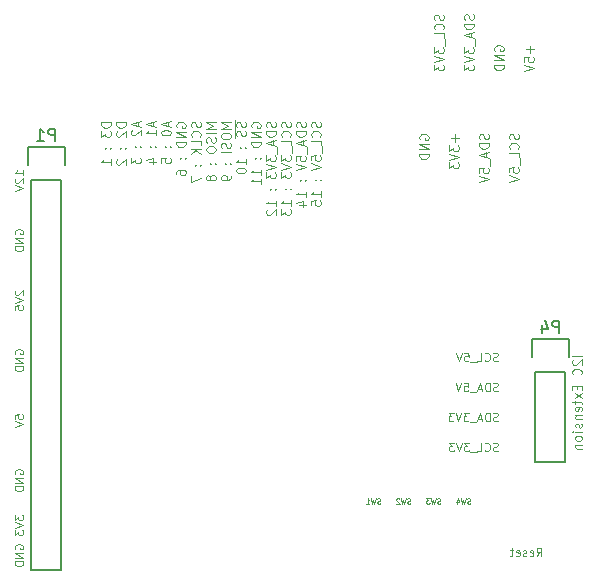
<source format=gbo>
G04 #@! TF.FileFunction,Legend,Bot*
%FSLAX46Y46*%
G04 Gerber Fmt 4.6, Leading zero omitted, Abs format (unit mm)*
G04 Created by KiCad (PCBNEW 4.0.0-2.201512091501+6195~38~ubuntu14.04.1-stable) date Wed 16 Dec 2015 16:01:55 GMT*
%MOMM*%
G01*
G04 APERTURE LIST*
%ADD10C,0.100000*%
%ADD11C,0.120000*%
%ADD12C,0.110000*%
%ADD13C,0.150000*%
G04 APERTURE END LIST*
D10*
D11*
X140277810Y-102527714D02*
X140315905Y-102642000D01*
X140315905Y-102832476D01*
X140277810Y-102908666D01*
X140239714Y-102946762D01*
X140163524Y-102984857D01*
X140087333Y-102984857D01*
X140011143Y-102946762D01*
X139973048Y-102908666D01*
X139934952Y-102832476D01*
X139896857Y-102680095D01*
X139858762Y-102603904D01*
X139820667Y-102565809D01*
X139744476Y-102527714D01*
X139668286Y-102527714D01*
X139592095Y-102565809D01*
X139554000Y-102603904D01*
X139515905Y-102680095D01*
X139515905Y-102870571D01*
X139554000Y-102984857D01*
X140315905Y-103327714D02*
X139515905Y-103327714D01*
X139515905Y-103518190D01*
X139554000Y-103632476D01*
X139630190Y-103708667D01*
X139706381Y-103746762D01*
X139858762Y-103784857D01*
X139973048Y-103784857D01*
X140125429Y-103746762D01*
X140201619Y-103708667D01*
X140277810Y-103632476D01*
X140315905Y-103518190D01*
X140315905Y-103327714D01*
X140087333Y-104089619D02*
X140087333Y-104470571D01*
X140315905Y-104013428D02*
X139515905Y-104280095D01*
X140315905Y-104546762D01*
X140392095Y-104622952D02*
X140392095Y-105232476D01*
X139515905Y-105346762D02*
X139515905Y-105842000D01*
X139820667Y-105575333D01*
X139820667Y-105689619D01*
X139858762Y-105765809D01*
X139896857Y-105803905D01*
X139973048Y-105842000D01*
X140163524Y-105842000D01*
X140239714Y-105803905D01*
X140277810Y-105765809D01*
X140315905Y-105689619D01*
X140315905Y-105461047D01*
X140277810Y-105384857D01*
X140239714Y-105346762D01*
X139515905Y-106070571D02*
X140315905Y-106337238D01*
X139515905Y-106603905D01*
X139515905Y-106794381D02*
X139515905Y-107289619D01*
X139820667Y-107022952D01*
X139820667Y-107137238D01*
X139858762Y-107213428D01*
X139896857Y-107251524D01*
X139973048Y-107289619D01*
X140163524Y-107289619D01*
X140239714Y-107251524D01*
X140277810Y-107213428D01*
X140315905Y-107137238D01*
X140315905Y-106908666D01*
X140277810Y-106832476D01*
X140239714Y-106794381D01*
X145091143Y-105194381D02*
X145091143Y-105803905D01*
X145395905Y-105499143D02*
X144786381Y-105499143D01*
X144595905Y-106565810D02*
X144595905Y-106184857D01*
X144976857Y-106146762D01*
X144938762Y-106184857D01*
X144900667Y-106261048D01*
X144900667Y-106451524D01*
X144938762Y-106527714D01*
X144976857Y-106565810D01*
X145053048Y-106603905D01*
X145243524Y-106603905D01*
X145319714Y-106565810D01*
X145357810Y-106527714D01*
X145395905Y-106451524D01*
X145395905Y-106261048D01*
X145357810Y-106184857D01*
X145319714Y-106146762D01*
X144595905Y-106832476D02*
X145395905Y-107099143D01*
X144595905Y-107365810D01*
X144087810Y-112674381D02*
X144125905Y-112788667D01*
X144125905Y-112979143D01*
X144087810Y-113055333D01*
X144049714Y-113093429D01*
X143973524Y-113131524D01*
X143897333Y-113131524D01*
X143821143Y-113093429D01*
X143783048Y-113055333D01*
X143744952Y-112979143D01*
X143706857Y-112826762D01*
X143668762Y-112750571D01*
X143630667Y-112712476D01*
X143554476Y-112674381D01*
X143478286Y-112674381D01*
X143402095Y-112712476D01*
X143364000Y-112750571D01*
X143325905Y-112826762D01*
X143325905Y-113017238D01*
X143364000Y-113131524D01*
X144049714Y-113931524D02*
X144087810Y-113893429D01*
X144125905Y-113779143D01*
X144125905Y-113702953D01*
X144087810Y-113588667D01*
X144011619Y-113512476D01*
X143935429Y-113474381D01*
X143783048Y-113436286D01*
X143668762Y-113436286D01*
X143516381Y-113474381D01*
X143440190Y-113512476D01*
X143364000Y-113588667D01*
X143325905Y-113702953D01*
X143325905Y-113779143D01*
X143364000Y-113893429D01*
X143402095Y-113931524D01*
X144125905Y-114655334D02*
X144125905Y-114274381D01*
X143325905Y-114274381D01*
X144202095Y-114731524D02*
X144202095Y-115341048D01*
X143325905Y-115912477D02*
X143325905Y-115531524D01*
X143706857Y-115493429D01*
X143668762Y-115531524D01*
X143630667Y-115607715D01*
X143630667Y-115798191D01*
X143668762Y-115874381D01*
X143706857Y-115912477D01*
X143783048Y-115950572D01*
X143973524Y-115950572D01*
X144049714Y-115912477D01*
X144087810Y-115874381D01*
X144125905Y-115798191D01*
X144125905Y-115607715D01*
X144087810Y-115531524D01*
X144049714Y-115493429D01*
X143325905Y-116179143D02*
X144125905Y-116445810D01*
X143325905Y-116712477D01*
X141547810Y-112674381D02*
X141585905Y-112788667D01*
X141585905Y-112979143D01*
X141547810Y-113055333D01*
X141509714Y-113093429D01*
X141433524Y-113131524D01*
X141357333Y-113131524D01*
X141281143Y-113093429D01*
X141243048Y-113055333D01*
X141204952Y-112979143D01*
X141166857Y-112826762D01*
X141128762Y-112750571D01*
X141090667Y-112712476D01*
X141014476Y-112674381D01*
X140938286Y-112674381D01*
X140862095Y-112712476D01*
X140824000Y-112750571D01*
X140785905Y-112826762D01*
X140785905Y-113017238D01*
X140824000Y-113131524D01*
X141585905Y-113474381D02*
X140785905Y-113474381D01*
X140785905Y-113664857D01*
X140824000Y-113779143D01*
X140900190Y-113855334D01*
X140976381Y-113893429D01*
X141128762Y-113931524D01*
X141243048Y-113931524D01*
X141395429Y-113893429D01*
X141471619Y-113855334D01*
X141547810Y-113779143D01*
X141585905Y-113664857D01*
X141585905Y-113474381D01*
X141357333Y-114236286D02*
X141357333Y-114617238D01*
X141585905Y-114160095D02*
X140785905Y-114426762D01*
X141585905Y-114693429D01*
X141662095Y-114769619D02*
X141662095Y-115379143D01*
X140785905Y-115950572D02*
X140785905Y-115569619D01*
X141166857Y-115531524D01*
X141128762Y-115569619D01*
X141090667Y-115645810D01*
X141090667Y-115836286D01*
X141128762Y-115912476D01*
X141166857Y-115950572D01*
X141243048Y-115988667D01*
X141433524Y-115988667D01*
X141509714Y-115950572D01*
X141547810Y-115912476D01*
X141585905Y-115836286D01*
X141585905Y-115645810D01*
X141547810Y-115569619D01*
X141509714Y-115531524D01*
X140785905Y-116217238D02*
X141585905Y-116483905D01*
X140785905Y-116750572D01*
X142094000Y-105613429D02*
X142055905Y-105537238D01*
X142055905Y-105422953D01*
X142094000Y-105308667D01*
X142170190Y-105232476D01*
X142246381Y-105194381D01*
X142398762Y-105156286D01*
X142513048Y-105156286D01*
X142665429Y-105194381D01*
X142741619Y-105232476D01*
X142817810Y-105308667D01*
X142855905Y-105422953D01*
X142855905Y-105499143D01*
X142817810Y-105613429D01*
X142779714Y-105651524D01*
X142513048Y-105651524D01*
X142513048Y-105499143D01*
X142855905Y-105994381D02*
X142055905Y-105994381D01*
X142855905Y-106451524D01*
X142055905Y-106451524D01*
X142855905Y-106832476D02*
X142055905Y-106832476D01*
X142055905Y-107022952D01*
X142094000Y-107137238D01*
X142170190Y-107213429D01*
X142246381Y-107251524D01*
X142398762Y-107289619D01*
X142513048Y-107289619D01*
X142665429Y-107251524D01*
X142741619Y-107213429D01*
X142817810Y-107137238D01*
X142855905Y-107022952D01*
X142855905Y-106832476D01*
X135744000Y-113131524D02*
X135705905Y-113055333D01*
X135705905Y-112941048D01*
X135744000Y-112826762D01*
X135820190Y-112750571D01*
X135896381Y-112712476D01*
X136048762Y-112674381D01*
X136163048Y-112674381D01*
X136315429Y-112712476D01*
X136391619Y-112750571D01*
X136467810Y-112826762D01*
X136505905Y-112941048D01*
X136505905Y-113017238D01*
X136467810Y-113131524D01*
X136429714Y-113169619D01*
X136163048Y-113169619D01*
X136163048Y-113017238D01*
X136505905Y-113512476D02*
X135705905Y-113512476D01*
X136505905Y-113969619D01*
X135705905Y-113969619D01*
X136505905Y-114350571D02*
X135705905Y-114350571D01*
X135705905Y-114541047D01*
X135744000Y-114655333D01*
X135820190Y-114731524D01*
X135896381Y-114769619D01*
X136048762Y-114807714D01*
X136163048Y-114807714D01*
X136315429Y-114769619D01*
X136391619Y-114731524D01*
X136467810Y-114655333D01*
X136505905Y-114541047D01*
X136505905Y-114350571D01*
X137737810Y-102565809D02*
X137775905Y-102680095D01*
X137775905Y-102870571D01*
X137737810Y-102946761D01*
X137699714Y-102984857D01*
X137623524Y-103022952D01*
X137547333Y-103022952D01*
X137471143Y-102984857D01*
X137433048Y-102946761D01*
X137394952Y-102870571D01*
X137356857Y-102718190D01*
X137318762Y-102641999D01*
X137280667Y-102603904D01*
X137204476Y-102565809D01*
X137128286Y-102565809D01*
X137052095Y-102603904D01*
X137014000Y-102641999D01*
X136975905Y-102718190D01*
X136975905Y-102908666D01*
X137014000Y-103022952D01*
X137699714Y-103822952D02*
X137737810Y-103784857D01*
X137775905Y-103670571D01*
X137775905Y-103594381D01*
X137737810Y-103480095D01*
X137661619Y-103403904D01*
X137585429Y-103365809D01*
X137433048Y-103327714D01*
X137318762Y-103327714D01*
X137166381Y-103365809D01*
X137090190Y-103403904D01*
X137014000Y-103480095D01*
X136975905Y-103594381D01*
X136975905Y-103670571D01*
X137014000Y-103784857D01*
X137052095Y-103822952D01*
X137775905Y-104546762D02*
X137775905Y-104165809D01*
X136975905Y-104165809D01*
X137852095Y-104622952D02*
X137852095Y-105232476D01*
X136975905Y-105346762D02*
X136975905Y-105842000D01*
X137280667Y-105575333D01*
X137280667Y-105689619D01*
X137318762Y-105765809D01*
X137356857Y-105803905D01*
X137433048Y-105842000D01*
X137623524Y-105842000D01*
X137699714Y-105803905D01*
X137737810Y-105765809D01*
X137775905Y-105689619D01*
X137775905Y-105461047D01*
X137737810Y-105384857D01*
X137699714Y-105346762D01*
X136975905Y-106070571D02*
X137775905Y-106337238D01*
X136975905Y-106603905D01*
X136975905Y-106794381D02*
X136975905Y-107289619D01*
X137280667Y-107022952D01*
X137280667Y-107137238D01*
X137318762Y-107213428D01*
X137356857Y-107251524D01*
X137433048Y-107289619D01*
X137623524Y-107289619D01*
X137699714Y-107251524D01*
X137737810Y-107213428D01*
X137775905Y-107137238D01*
X137775905Y-106908666D01*
X137737810Y-106832476D01*
X137699714Y-106794381D01*
X138741143Y-112712476D02*
X138741143Y-113322000D01*
X139045905Y-113017238D02*
X138436381Y-113017238D01*
X138245905Y-113626762D02*
X138245905Y-114122000D01*
X138550667Y-113855333D01*
X138550667Y-113969619D01*
X138588762Y-114045809D01*
X138626857Y-114083905D01*
X138703048Y-114122000D01*
X138893524Y-114122000D01*
X138969714Y-114083905D01*
X139007810Y-114045809D01*
X139045905Y-113969619D01*
X139045905Y-113741047D01*
X139007810Y-113664857D01*
X138969714Y-113626762D01*
X138245905Y-114350571D02*
X139045905Y-114617238D01*
X138245905Y-114883905D01*
X138245905Y-115074381D02*
X138245905Y-115569619D01*
X138550667Y-115302952D01*
X138550667Y-115417238D01*
X138588762Y-115493428D01*
X138626857Y-115531524D01*
X138703048Y-115569619D01*
X138893524Y-115569619D01*
X138969714Y-115531524D01*
X139007810Y-115493428D01*
X139045905Y-115417238D01*
X139045905Y-115188666D01*
X139007810Y-115112476D01*
X138969714Y-115074381D01*
X109581905Y-111696476D02*
X108781905Y-111696476D01*
X108781905Y-111886952D01*
X108820000Y-112001238D01*
X108896190Y-112077429D01*
X108972381Y-112115524D01*
X109124762Y-112153619D01*
X109239048Y-112153619D01*
X109391429Y-112115524D01*
X109467619Y-112077429D01*
X109543810Y-112001238D01*
X109581905Y-111886952D01*
X109581905Y-111696476D01*
X108781905Y-112420286D02*
X108781905Y-112915524D01*
X109086667Y-112648857D01*
X109086667Y-112763143D01*
X109124762Y-112839333D01*
X109162857Y-112877429D01*
X109239048Y-112915524D01*
X109429524Y-112915524D01*
X109505714Y-112877429D01*
X109543810Y-112839333D01*
X109581905Y-112763143D01*
X109581905Y-112534571D01*
X109543810Y-112458381D01*
X109505714Y-112420286D01*
X109505714Y-113867905D02*
X109543810Y-113906000D01*
X109581905Y-113867905D01*
X109543810Y-113829810D01*
X109505714Y-113867905D01*
X109581905Y-113867905D01*
X109086667Y-113867905D02*
X109124762Y-113906000D01*
X109162857Y-113867905D01*
X109124762Y-113829810D01*
X109086667Y-113867905D01*
X109162857Y-113867905D01*
X109581905Y-115277429D02*
X109581905Y-114820286D01*
X109581905Y-115048857D02*
X108781905Y-115048857D01*
X108896190Y-114972667D01*
X108972381Y-114896476D01*
X109010476Y-114820286D01*
X110851905Y-111696476D02*
X110051905Y-111696476D01*
X110051905Y-111886952D01*
X110090000Y-112001238D01*
X110166190Y-112077429D01*
X110242381Y-112115524D01*
X110394762Y-112153619D01*
X110509048Y-112153619D01*
X110661429Y-112115524D01*
X110737619Y-112077429D01*
X110813810Y-112001238D01*
X110851905Y-111886952D01*
X110851905Y-111696476D01*
X110128095Y-112458381D02*
X110090000Y-112496476D01*
X110051905Y-112572667D01*
X110051905Y-112763143D01*
X110090000Y-112839333D01*
X110128095Y-112877429D01*
X110204286Y-112915524D01*
X110280476Y-112915524D01*
X110394762Y-112877429D01*
X110851905Y-112420286D01*
X110851905Y-112915524D01*
X110775714Y-113867905D02*
X110813810Y-113906000D01*
X110851905Y-113867905D01*
X110813810Y-113829810D01*
X110775714Y-113867905D01*
X110851905Y-113867905D01*
X110356667Y-113867905D02*
X110394762Y-113906000D01*
X110432857Y-113867905D01*
X110394762Y-113829810D01*
X110356667Y-113867905D01*
X110432857Y-113867905D01*
X110128095Y-114820286D02*
X110090000Y-114858381D01*
X110051905Y-114934572D01*
X110051905Y-115125048D01*
X110090000Y-115201238D01*
X110128095Y-115239334D01*
X110204286Y-115277429D01*
X110280476Y-115277429D01*
X110394762Y-115239334D01*
X110851905Y-114782191D01*
X110851905Y-115277429D01*
X118471905Y-111696476D02*
X117671905Y-111696476D01*
X118243333Y-111963143D01*
X117671905Y-112229810D01*
X118471905Y-112229810D01*
X118471905Y-112610762D02*
X117671905Y-112610762D01*
X118433810Y-112953619D02*
X118471905Y-113067905D01*
X118471905Y-113258381D01*
X118433810Y-113334571D01*
X118395714Y-113372667D01*
X118319524Y-113410762D01*
X118243333Y-113410762D01*
X118167143Y-113372667D01*
X118129048Y-113334571D01*
X118090952Y-113258381D01*
X118052857Y-113106000D01*
X118014762Y-113029809D01*
X117976667Y-112991714D01*
X117900476Y-112953619D01*
X117824286Y-112953619D01*
X117748095Y-112991714D01*
X117710000Y-113029809D01*
X117671905Y-113106000D01*
X117671905Y-113296476D01*
X117710000Y-113410762D01*
X117671905Y-113906000D02*
X117671905Y-114058381D01*
X117710000Y-114134572D01*
X117786190Y-114210762D01*
X117938571Y-114248857D01*
X118205238Y-114248857D01*
X118357619Y-114210762D01*
X118433810Y-114134572D01*
X118471905Y-114058381D01*
X118471905Y-113906000D01*
X118433810Y-113829810D01*
X118357619Y-113753619D01*
X118205238Y-113715524D01*
X117938571Y-113715524D01*
X117786190Y-113753619D01*
X117710000Y-113829810D01*
X117671905Y-113906000D01*
X118395714Y-115201238D02*
X118433810Y-115239333D01*
X118471905Y-115201238D01*
X118433810Y-115163143D01*
X118395714Y-115201238D01*
X118471905Y-115201238D01*
X117976667Y-115201238D02*
X118014762Y-115239333D01*
X118052857Y-115201238D01*
X118014762Y-115163143D01*
X117976667Y-115201238D01*
X118052857Y-115201238D01*
X118014762Y-116306000D02*
X117976667Y-116229809D01*
X117938571Y-116191714D01*
X117862381Y-116153619D01*
X117824286Y-116153619D01*
X117748095Y-116191714D01*
X117710000Y-116229809D01*
X117671905Y-116306000D01*
X117671905Y-116458381D01*
X117710000Y-116534571D01*
X117748095Y-116572667D01*
X117824286Y-116610762D01*
X117862381Y-116610762D01*
X117938571Y-116572667D01*
X117976667Y-116534571D01*
X118014762Y-116458381D01*
X118014762Y-116306000D01*
X118052857Y-116229809D01*
X118090952Y-116191714D01*
X118167143Y-116153619D01*
X118319524Y-116153619D01*
X118395714Y-116191714D01*
X118433810Y-116229809D01*
X118471905Y-116306000D01*
X118471905Y-116458381D01*
X118433810Y-116534571D01*
X118395714Y-116572667D01*
X118319524Y-116610762D01*
X118167143Y-116610762D01*
X118090952Y-116572667D01*
X118052857Y-116534571D01*
X118014762Y-116458381D01*
X111893333Y-111658381D02*
X111893333Y-112039333D01*
X112121905Y-111582190D02*
X111321905Y-111848857D01*
X112121905Y-112115524D01*
X111398095Y-112344095D02*
X111360000Y-112382190D01*
X111321905Y-112458381D01*
X111321905Y-112648857D01*
X111360000Y-112725047D01*
X111398095Y-112763143D01*
X111474286Y-112801238D01*
X111550476Y-112801238D01*
X111664762Y-112763143D01*
X112121905Y-112306000D01*
X112121905Y-112801238D01*
X112045714Y-113753619D02*
X112083810Y-113791714D01*
X112121905Y-113753619D01*
X112083810Y-113715524D01*
X112045714Y-113753619D01*
X112121905Y-113753619D01*
X111626667Y-113753619D02*
X111664762Y-113791714D01*
X111702857Y-113753619D01*
X111664762Y-113715524D01*
X111626667Y-113753619D01*
X111702857Y-113753619D01*
X111321905Y-114667905D02*
X111321905Y-115163143D01*
X111626667Y-114896476D01*
X111626667Y-115010762D01*
X111664762Y-115086952D01*
X111702857Y-115125048D01*
X111779048Y-115163143D01*
X111969524Y-115163143D01*
X112045714Y-115125048D01*
X112083810Y-115086952D01*
X112121905Y-115010762D01*
X112121905Y-114782190D01*
X112083810Y-114706000D01*
X112045714Y-114667905D01*
X113163333Y-111658381D02*
X113163333Y-112039333D01*
X113391905Y-111582190D02*
X112591905Y-111848857D01*
X113391905Y-112115524D01*
X113391905Y-112801238D02*
X113391905Y-112344095D01*
X113391905Y-112572666D02*
X112591905Y-112572666D01*
X112706190Y-112496476D01*
X112782381Y-112420285D01*
X112820476Y-112344095D01*
X113315714Y-113753619D02*
X113353810Y-113791714D01*
X113391905Y-113753619D01*
X113353810Y-113715524D01*
X113315714Y-113753619D01*
X113391905Y-113753619D01*
X112896667Y-113753619D02*
X112934762Y-113791714D01*
X112972857Y-113753619D01*
X112934762Y-113715524D01*
X112896667Y-113753619D01*
X112972857Y-113753619D01*
X112858571Y-115086952D02*
X113391905Y-115086952D01*
X112553810Y-114896476D02*
X113125238Y-114706000D01*
X113125238Y-115201238D01*
X114433333Y-111658381D02*
X114433333Y-112039333D01*
X114661905Y-111582190D02*
X113861905Y-111848857D01*
X114661905Y-112115524D01*
X113861905Y-112534571D02*
X113861905Y-112610762D01*
X113900000Y-112686952D01*
X113938095Y-112725047D01*
X114014286Y-112763143D01*
X114166667Y-112801238D01*
X114357143Y-112801238D01*
X114509524Y-112763143D01*
X114585714Y-112725047D01*
X114623810Y-112686952D01*
X114661905Y-112610762D01*
X114661905Y-112534571D01*
X114623810Y-112458381D01*
X114585714Y-112420285D01*
X114509524Y-112382190D01*
X114357143Y-112344095D01*
X114166667Y-112344095D01*
X114014286Y-112382190D01*
X113938095Y-112420285D01*
X113900000Y-112458381D01*
X113861905Y-112534571D01*
X114585714Y-113753619D02*
X114623810Y-113791714D01*
X114661905Y-113753619D01*
X114623810Y-113715524D01*
X114585714Y-113753619D01*
X114661905Y-113753619D01*
X114166667Y-113753619D02*
X114204762Y-113791714D01*
X114242857Y-113753619D01*
X114204762Y-113715524D01*
X114166667Y-113753619D01*
X114242857Y-113753619D01*
X113861905Y-115125048D02*
X113861905Y-114744095D01*
X114242857Y-114706000D01*
X114204762Y-114744095D01*
X114166667Y-114820286D01*
X114166667Y-115010762D01*
X114204762Y-115086952D01*
X114242857Y-115125048D01*
X114319048Y-115163143D01*
X114509524Y-115163143D01*
X114585714Y-115125048D01*
X114623810Y-115086952D01*
X114661905Y-115010762D01*
X114661905Y-114820286D01*
X114623810Y-114744095D01*
X114585714Y-114706000D01*
X115170000Y-112115524D02*
X115131905Y-112039333D01*
X115131905Y-111925048D01*
X115170000Y-111810762D01*
X115246190Y-111734571D01*
X115322381Y-111696476D01*
X115474762Y-111658381D01*
X115589048Y-111658381D01*
X115741429Y-111696476D01*
X115817619Y-111734571D01*
X115893810Y-111810762D01*
X115931905Y-111925048D01*
X115931905Y-112001238D01*
X115893810Y-112115524D01*
X115855714Y-112153619D01*
X115589048Y-112153619D01*
X115589048Y-112001238D01*
X115931905Y-112496476D02*
X115131905Y-112496476D01*
X115931905Y-112953619D01*
X115131905Y-112953619D01*
X115931905Y-113334571D02*
X115131905Y-113334571D01*
X115131905Y-113525047D01*
X115170000Y-113639333D01*
X115246190Y-113715524D01*
X115322381Y-113753619D01*
X115474762Y-113791714D01*
X115589048Y-113791714D01*
X115741429Y-113753619D01*
X115817619Y-113715524D01*
X115893810Y-113639333D01*
X115931905Y-113525047D01*
X115931905Y-113334571D01*
X115855714Y-114744095D02*
X115893810Y-114782190D01*
X115931905Y-114744095D01*
X115893810Y-114706000D01*
X115855714Y-114744095D01*
X115931905Y-114744095D01*
X115436667Y-114744095D02*
X115474762Y-114782190D01*
X115512857Y-114744095D01*
X115474762Y-114706000D01*
X115436667Y-114744095D01*
X115512857Y-114744095D01*
X115131905Y-116077428D02*
X115131905Y-115925047D01*
X115170000Y-115848857D01*
X115208095Y-115810762D01*
X115322381Y-115734571D01*
X115474762Y-115696476D01*
X115779524Y-115696476D01*
X115855714Y-115734571D01*
X115893810Y-115772666D01*
X115931905Y-115848857D01*
X115931905Y-116001238D01*
X115893810Y-116077428D01*
X115855714Y-116115524D01*
X115779524Y-116153619D01*
X115589048Y-116153619D01*
X115512857Y-116115524D01*
X115474762Y-116077428D01*
X115436667Y-116001238D01*
X115436667Y-115848857D01*
X115474762Y-115772666D01*
X115512857Y-115734571D01*
X115589048Y-115696476D01*
X117163810Y-111658381D02*
X117201905Y-111772667D01*
X117201905Y-111963143D01*
X117163810Y-112039333D01*
X117125714Y-112077429D01*
X117049524Y-112115524D01*
X116973333Y-112115524D01*
X116897143Y-112077429D01*
X116859048Y-112039333D01*
X116820952Y-111963143D01*
X116782857Y-111810762D01*
X116744762Y-111734571D01*
X116706667Y-111696476D01*
X116630476Y-111658381D01*
X116554286Y-111658381D01*
X116478095Y-111696476D01*
X116440000Y-111734571D01*
X116401905Y-111810762D01*
X116401905Y-112001238D01*
X116440000Y-112115524D01*
X117125714Y-112915524D02*
X117163810Y-112877429D01*
X117201905Y-112763143D01*
X117201905Y-112686953D01*
X117163810Y-112572667D01*
X117087619Y-112496476D01*
X117011429Y-112458381D01*
X116859048Y-112420286D01*
X116744762Y-112420286D01*
X116592381Y-112458381D01*
X116516190Y-112496476D01*
X116440000Y-112572667D01*
X116401905Y-112686953D01*
X116401905Y-112763143D01*
X116440000Y-112877429D01*
X116478095Y-112915524D01*
X117201905Y-113639334D02*
X117201905Y-113258381D01*
X116401905Y-113258381D01*
X117201905Y-113906000D02*
X116401905Y-113906000D01*
X117201905Y-114363143D02*
X116744762Y-114020286D01*
X116401905Y-114363143D02*
X116859048Y-113906000D01*
X117125714Y-115315524D02*
X117163810Y-115353619D01*
X117201905Y-115315524D01*
X117163810Y-115277429D01*
X117125714Y-115315524D01*
X117201905Y-115315524D01*
X116706667Y-115315524D02*
X116744762Y-115353619D01*
X116782857Y-115315524D01*
X116744762Y-115277429D01*
X116706667Y-115315524D01*
X116782857Y-115315524D01*
X116401905Y-116229810D02*
X116401905Y-116763143D01*
X117201905Y-116420286D01*
X121520000Y-112115524D02*
X121481905Y-112039333D01*
X121481905Y-111925048D01*
X121520000Y-111810762D01*
X121596190Y-111734571D01*
X121672381Y-111696476D01*
X121824762Y-111658381D01*
X121939048Y-111658381D01*
X122091429Y-111696476D01*
X122167619Y-111734571D01*
X122243810Y-111810762D01*
X122281905Y-111925048D01*
X122281905Y-112001238D01*
X122243810Y-112115524D01*
X122205714Y-112153619D01*
X121939048Y-112153619D01*
X121939048Y-112001238D01*
X122281905Y-112496476D02*
X121481905Y-112496476D01*
X122281905Y-112953619D01*
X121481905Y-112953619D01*
X122281905Y-113334571D02*
X121481905Y-113334571D01*
X121481905Y-113525047D01*
X121520000Y-113639333D01*
X121596190Y-113715524D01*
X121672381Y-113753619D01*
X121824762Y-113791714D01*
X121939048Y-113791714D01*
X122091429Y-113753619D01*
X122167619Y-113715524D01*
X122243810Y-113639333D01*
X122281905Y-113525047D01*
X122281905Y-113334571D01*
X122205714Y-114744095D02*
X122243810Y-114782190D01*
X122281905Y-114744095D01*
X122243810Y-114706000D01*
X122205714Y-114744095D01*
X122281905Y-114744095D01*
X121786667Y-114744095D02*
X121824762Y-114782190D01*
X121862857Y-114744095D01*
X121824762Y-114706000D01*
X121786667Y-114744095D01*
X121862857Y-114744095D01*
X122281905Y-116153619D02*
X122281905Y-115696476D01*
X122281905Y-115925047D02*
X121481905Y-115925047D01*
X121596190Y-115848857D01*
X121672381Y-115772666D01*
X121710476Y-115696476D01*
X122281905Y-116915524D02*
X122281905Y-116458381D01*
X122281905Y-116686952D02*
X121481905Y-116686952D01*
X121596190Y-116610762D01*
X121672381Y-116534571D01*
X121710476Y-116458381D01*
X126053810Y-111658381D02*
X126091905Y-111772667D01*
X126091905Y-111963143D01*
X126053810Y-112039333D01*
X126015714Y-112077429D01*
X125939524Y-112115524D01*
X125863333Y-112115524D01*
X125787143Y-112077429D01*
X125749048Y-112039333D01*
X125710952Y-111963143D01*
X125672857Y-111810762D01*
X125634762Y-111734571D01*
X125596667Y-111696476D01*
X125520476Y-111658381D01*
X125444286Y-111658381D01*
X125368095Y-111696476D01*
X125330000Y-111734571D01*
X125291905Y-111810762D01*
X125291905Y-112001238D01*
X125330000Y-112115524D01*
X126091905Y-112458381D02*
X125291905Y-112458381D01*
X125291905Y-112648857D01*
X125330000Y-112763143D01*
X125406190Y-112839334D01*
X125482381Y-112877429D01*
X125634762Y-112915524D01*
X125749048Y-112915524D01*
X125901429Y-112877429D01*
X125977619Y-112839334D01*
X126053810Y-112763143D01*
X126091905Y-112648857D01*
X126091905Y-112458381D01*
X125863333Y-113220286D02*
X125863333Y-113601238D01*
X126091905Y-113144095D02*
X125291905Y-113410762D01*
X126091905Y-113677429D01*
X126168095Y-113753619D02*
X126168095Y-114363143D01*
X125291905Y-114934572D02*
X125291905Y-114553619D01*
X125672857Y-114515524D01*
X125634762Y-114553619D01*
X125596667Y-114629810D01*
X125596667Y-114820286D01*
X125634762Y-114896476D01*
X125672857Y-114934572D01*
X125749048Y-114972667D01*
X125939524Y-114972667D01*
X126015714Y-114934572D01*
X126053810Y-114896476D01*
X126091905Y-114820286D01*
X126091905Y-114629810D01*
X126053810Y-114553619D01*
X126015714Y-114515524D01*
X125291905Y-115201238D02*
X126091905Y-115467905D01*
X125291905Y-115734572D01*
X126015714Y-116610762D02*
X126053810Y-116648857D01*
X126091905Y-116610762D01*
X126053810Y-116572667D01*
X126015714Y-116610762D01*
X126091905Y-116610762D01*
X125596667Y-116610762D02*
X125634762Y-116648857D01*
X125672857Y-116610762D01*
X125634762Y-116572667D01*
X125596667Y-116610762D01*
X125672857Y-116610762D01*
X126091905Y-118020286D02*
X126091905Y-117563143D01*
X126091905Y-117791714D02*
X125291905Y-117791714D01*
X125406190Y-117715524D01*
X125482381Y-117639333D01*
X125520476Y-117563143D01*
X125558571Y-118706000D02*
X126091905Y-118706000D01*
X125253810Y-118515524D02*
X125825238Y-118325048D01*
X125825238Y-118820286D01*
X124783810Y-111658381D02*
X124821905Y-111772667D01*
X124821905Y-111963143D01*
X124783810Y-112039333D01*
X124745714Y-112077429D01*
X124669524Y-112115524D01*
X124593333Y-112115524D01*
X124517143Y-112077429D01*
X124479048Y-112039333D01*
X124440952Y-111963143D01*
X124402857Y-111810762D01*
X124364762Y-111734571D01*
X124326667Y-111696476D01*
X124250476Y-111658381D01*
X124174286Y-111658381D01*
X124098095Y-111696476D01*
X124060000Y-111734571D01*
X124021905Y-111810762D01*
X124021905Y-112001238D01*
X124060000Y-112115524D01*
X124745714Y-112915524D02*
X124783810Y-112877429D01*
X124821905Y-112763143D01*
X124821905Y-112686953D01*
X124783810Y-112572667D01*
X124707619Y-112496476D01*
X124631429Y-112458381D01*
X124479048Y-112420286D01*
X124364762Y-112420286D01*
X124212381Y-112458381D01*
X124136190Y-112496476D01*
X124060000Y-112572667D01*
X124021905Y-112686953D01*
X124021905Y-112763143D01*
X124060000Y-112877429D01*
X124098095Y-112915524D01*
X124821905Y-113639334D02*
X124821905Y-113258381D01*
X124021905Y-113258381D01*
X124898095Y-113715524D02*
X124898095Y-114325048D01*
X124021905Y-114439334D02*
X124021905Y-114934572D01*
X124326667Y-114667905D01*
X124326667Y-114782191D01*
X124364762Y-114858381D01*
X124402857Y-114896477D01*
X124479048Y-114934572D01*
X124669524Y-114934572D01*
X124745714Y-114896477D01*
X124783810Y-114858381D01*
X124821905Y-114782191D01*
X124821905Y-114553619D01*
X124783810Y-114477429D01*
X124745714Y-114439334D01*
X124021905Y-115163143D02*
X124821905Y-115429810D01*
X124021905Y-115696477D01*
X124021905Y-115886953D02*
X124021905Y-116382191D01*
X124326667Y-116115524D01*
X124326667Y-116229810D01*
X124364762Y-116306000D01*
X124402857Y-116344096D01*
X124479048Y-116382191D01*
X124669524Y-116382191D01*
X124745714Y-116344096D01*
X124783810Y-116306000D01*
X124821905Y-116229810D01*
X124821905Y-116001238D01*
X124783810Y-115925048D01*
X124745714Y-115886953D01*
X124745714Y-117334572D02*
X124783810Y-117372667D01*
X124821905Y-117334572D01*
X124783810Y-117296477D01*
X124745714Y-117334572D01*
X124821905Y-117334572D01*
X124326667Y-117334572D02*
X124364762Y-117372667D01*
X124402857Y-117334572D01*
X124364762Y-117296477D01*
X124326667Y-117334572D01*
X124402857Y-117334572D01*
X124821905Y-118744096D02*
X124821905Y-118286953D01*
X124821905Y-118515524D02*
X124021905Y-118515524D01*
X124136190Y-118439334D01*
X124212381Y-118363143D01*
X124250476Y-118286953D01*
X124021905Y-119010763D02*
X124021905Y-119506001D01*
X124326667Y-119239334D01*
X124326667Y-119353620D01*
X124364762Y-119429810D01*
X124402857Y-119467906D01*
X124479048Y-119506001D01*
X124669524Y-119506001D01*
X124745714Y-119467906D01*
X124783810Y-119429810D01*
X124821905Y-119353620D01*
X124821905Y-119125048D01*
X124783810Y-119048858D01*
X124745714Y-119010763D01*
X123513810Y-111658381D02*
X123551905Y-111772667D01*
X123551905Y-111963143D01*
X123513810Y-112039333D01*
X123475714Y-112077429D01*
X123399524Y-112115524D01*
X123323333Y-112115524D01*
X123247143Y-112077429D01*
X123209048Y-112039333D01*
X123170952Y-111963143D01*
X123132857Y-111810762D01*
X123094762Y-111734571D01*
X123056667Y-111696476D01*
X122980476Y-111658381D01*
X122904286Y-111658381D01*
X122828095Y-111696476D01*
X122790000Y-111734571D01*
X122751905Y-111810762D01*
X122751905Y-112001238D01*
X122790000Y-112115524D01*
X123551905Y-112458381D02*
X122751905Y-112458381D01*
X122751905Y-112648857D01*
X122790000Y-112763143D01*
X122866190Y-112839334D01*
X122942381Y-112877429D01*
X123094762Y-112915524D01*
X123209048Y-112915524D01*
X123361429Y-112877429D01*
X123437619Y-112839334D01*
X123513810Y-112763143D01*
X123551905Y-112648857D01*
X123551905Y-112458381D01*
X123323333Y-113220286D02*
X123323333Y-113601238D01*
X123551905Y-113144095D02*
X122751905Y-113410762D01*
X123551905Y-113677429D01*
X123628095Y-113753619D02*
X123628095Y-114363143D01*
X122751905Y-114477429D02*
X122751905Y-114972667D01*
X123056667Y-114706000D01*
X123056667Y-114820286D01*
X123094762Y-114896476D01*
X123132857Y-114934572D01*
X123209048Y-114972667D01*
X123399524Y-114972667D01*
X123475714Y-114934572D01*
X123513810Y-114896476D01*
X123551905Y-114820286D01*
X123551905Y-114591714D01*
X123513810Y-114515524D01*
X123475714Y-114477429D01*
X122751905Y-115201238D02*
X123551905Y-115467905D01*
X122751905Y-115734572D01*
X122751905Y-115925048D02*
X122751905Y-116420286D01*
X123056667Y-116153619D01*
X123056667Y-116267905D01*
X123094762Y-116344095D01*
X123132857Y-116382191D01*
X123209048Y-116420286D01*
X123399524Y-116420286D01*
X123475714Y-116382191D01*
X123513810Y-116344095D01*
X123551905Y-116267905D01*
X123551905Y-116039333D01*
X123513810Y-115963143D01*
X123475714Y-115925048D01*
X123475714Y-117372667D02*
X123513810Y-117410762D01*
X123551905Y-117372667D01*
X123513810Y-117334572D01*
X123475714Y-117372667D01*
X123551905Y-117372667D01*
X123056667Y-117372667D02*
X123094762Y-117410762D01*
X123132857Y-117372667D01*
X123094762Y-117334572D01*
X123056667Y-117372667D01*
X123132857Y-117372667D01*
X123551905Y-118782191D02*
X123551905Y-118325048D01*
X123551905Y-118553619D02*
X122751905Y-118553619D01*
X122866190Y-118477429D01*
X122942381Y-118401238D01*
X122980476Y-118325048D01*
X122828095Y-119086953D02*
X122790000Y-119125048D01*
X122751905Y-119201239D01*
X122751905Y-119391715D01*
X122790000Y-119467905D01*
X122828095Y-119506001D01*
X122904286Y-119544096D01*
X122980476Y-119544096D01*
X123094762Y-119506001D01*
X123551905Y-119048858D01*
X123551905Y-119544096D01*
X119741905Y-111696476D02*
X118941905Y-111696476D01*
X119513333Y-111963143D01*
X118941905Y-112229810D01*
X119741905Y-112229810D01*
X118941905Y-112763143D02*
X118941905Y-112915524D01*
X118980000Y-112991715D01*
X119056190Y-113067905D01*
X119208571Y-113106000D01*
X119475238Y-113106000D01*
X119627619Y-113067905D01*
X119703810Y-112991715D01*
X119741905Y-112915524D01*
X119741905Y-112763143D01*
X119703810Y-112686953D01*
X119627619Y-112610762D01*
X119475238Y-112572667D01*
X119208571Y-112572667D01*
X119056190Y-112610762D01*
X118980000Y-112686953D01*
X118941905Y-112763143D01*
X119703810Y-113410762D02*
X119741905Y-113525048D01*
X119741905Y-113715524D01*
X119703810Y-113791714D01*
X119665714Y-113829810D01*
X119589524Y-113867905D01*
X119513333Y-113867905D01*
X119437143Y-113829810D01*
X119399048Y-113791714D01*
X119360952Y-113715524D01*
X119322857Y-113563143D01*
X119284762Y-113486952D01*
X119246667Y-113448857D01*
X119170476Y-113410762D01*
X119094286Y-113410762D01*
X119018095Y-113448857D01*
X118980000Y-113486952D01*
X118941905Y-113563143D01*
X118941905Y-113753619D01*
X118980000Y-113867905D01*
X119741905Y-114210762D02*
X118941905Y-114210762D01*
X119665714Y-115201238D02*
X119703810Y-115239333D01*
X119741905Y-115201238D01*
X119703810Y-115163143D01*
X119665714Y-115201238D01*
X119741905Y-115201238D01*
X119246667Y-115201238D02*
X119284762Y-115239333D01*
X119322857Y-115201238D01*
X119284762Y-115163143D01*
X119246667Y-115201238D01*
X119322857Y-115201238D01*
X119741905Y-116229809D02*
X119741905Y-116382190D01*
X119703810Y-116458381D01*
X119665714Y-116496476D01*
X119551429Y-116572667D01*
X119399048Y-116610762D01*
X119094286Y-116610762D01*
X119018095Y-116572667D01*
X118980000Y-116534571D01*
X118941905Y-116458381D01*
X118941905Y-116306000D01*
X118980000Y-116229809D01*
X119018095Y-116191714D01*
X119094286Y-116153619D01*
X119284762Y-116153619D01*
X119360952Y-116191714D01*
X119399048Y-116229809D01*
X119437143Y-116306000D01*
X119437143Y-116458381D01*
X119399048Y-116534571D01*
X119360952Y-116572667D01*
X119284762Y-116610762D01*
X120973810Y-111658381D02*
X121011905Y-111772667D01*
X121011905Y-111963143D01*
X120973810Y-112039333D01*
X120935714Y-112077429D01*
X120859524Y-112115524D01*
X120783333Y-112115524D01*
X120707143Y-112077429D01*
X120669048Y-112039333D01*
X120630952Y-111963143D01*
X120592857Y-111810762D01*
X120554762Y-111734571D01*
X120516667Y-111696476D01*
X120440476Y-111658381D01*
X120364286Y-111658381D01*
X120288095Y-111696476D01*
X120250000Y-111734571D01*
X120211905Y-111810762D01*
X120211905Y-112001238D01*
X120250000Y-112115524D01*
X120973810Y-112420286D02*
X121011905Y-112534572D01*
X121011905Y-112725048D01*
X120973810Y-112801238D01*
X120935714Y-112839334D01*
X120859524Y-112877429D01*
X120783333Y-112877429D01*
X120707143Y-112839334D01*
X120669048Y-112801238D01*
X120630952Y-112725048D01*
X120592857Y-112572667D01*
X120554762Y-112496476D01*
X120516667Y-112458381D01*
X120440476Y-112420286D01*
X120364286Y-112420286D01*
X120288095Y-112458381D01*
X120250000Y-112496476D01*
X120211905Y-112572667D01*
X120211905Y-112763143D01*
X120250000Y-112877429D01*
X120074000Y-111506000D02*
X120074000Y-113029810D01*
X120935714Y-113829810D02*
X120973810Y-113867905D01*
X121011905Y-113829810D01*
X120973810Y-113791715D01*
X120935714Y-113829810D01*
X121011905Y-113829810D01*
X120516667Y-113829810D02*
X120554762Y-113867905D01*
X120592857Y-113829810D01*
X120554762Y-113791715D01*
X120516667Y-113829810D01*
X120592857Y-113829810D01*
X121011905Y-115239334D02*
X121011905Y-114782191D01*
X121011905Y-115010762D02*
X120211905Y-115010762D01*
X120326190Y-114934572D01*
X120402381Y-114858381D01*
X120440476Y-114782191D01*
X120211905Y-115734572D02*
X120211905Y-115810763D01*
X120250000Y-115886953D01*
X120288095Y-115925048D01*
X120364286Y-115963144D01*
X120516667Y-116001239D01*
X120707143Y-116001239D01*
X120859524Y-115963144D01*
X120935714Y-115925048D01*
X120973810Y-115886953D01*
X121011905Y-115810763D01*
X121011905Y-115734572D01*
X120973810Y-115658382D01*
X120935714Y-115620286D01*
X120859524Y-115582191D01*
X120707143Y-115544096D01*
X120516667Y-115544096D01*
X120364286Y-115582191D01*
X120288095Y-115620286D01*
X120250000Y-115658382D01*
X120211905Y-115734572D01*
X127323810Y-111658381D02*
X127361905Y-111772667D01*
X127361905Y-111963143D01*
X127323810Y-112039333D01*
X127285714Y-112077429D01*
X127209524Y-112115524D01*
X127133333Y-112115524D01*
X127057143Y-112077429D01*
X127019048Y-112039333D01*
X126980952Y-111963143D01*
X126942857Y-111810762D01*
X126904762Y-111734571D01*
X126866667Y-111696476D01*
X126790476Y-111658381D01*
X126714286Y-111658381D01*
X126638095Y-111696476D01*
X126600000Y-111734571D01*
X126561905Y-111810762D01*
X126561905Y-112001238D01*
X126600000Y-112115524D01*
X127285714Y-112915524D02*
X127323810Y-112877429D01*
X127361905Y-112763143D01*
X127361905Y-112686953D01*
X127323810Y-112572667D01*
X127247619Y-112496476D01*
X127171429Y-112458381D01*
X127019048Y-112420286D01*
X126904762Y-112420286D01*
X126752381Y-112458381D01*
X126676190Y-112496476D01*
X126600000Y-112572667D01*
X126561905Y-112686953D01*
X126561905Y-112763143D01*
X126600000Y-112877429D01*
X126638095Y-112915524D01*
X127361905Y-113639334D02*
X127361905Y-113258381D01*
X126561905Y-113258381D01*
X127438095Y-113715524D02*
X127438095Y-114325048D01*
X126561905Y-114896477D02*
X126561905Y-114515524D01*
X126942857Y-114477429D01*
X126904762Y-114515524D01*
X126866667Y-114591715D01*
X126866667Y-114782191D01*
X126904762Y-114858381D01*
X126942857Y-114896477D01*
X127019048Y-114934572D01*
X127209524Y-114934572D01*
X127285714Y-114896477D01*
X127323810Y-114858381D01*
X127361905Y-114782191D01*
X127361905Y-114591715D01*
X127323810Y-114515524D01*
X127285714Y-114477429D01*
X126561905Y-115163143D02*
X127361905Y-115429810D01*
X126561905Y-115696477D01*
X127285714Y-116572667D02*
X127323810Y-116610762D01*
X127361905Y-116572667D01*
X127323810Y-116534572D01*
X127285714Y-116572667D01*
X127361905Y-116572667D01*
X126866667Y-116572667D02*
X126904762Y-116610762D01*
X126942857Y-116572667D01*
X126904762Y-116534572D01*
X126866667Y-116572667D01*
X126942857Y-116572667D01*
X127361905Y-117982191D02*
X127361905Y-117525048D01*
X127361905Y-117753619D02*
X126561905Y-117753619D01*
X126676190Y-117677429D01*
X126752381Y-117601238D01*
X126790476Y-117525048D01*
X126561905Y-118706001D02*
X126561905Y-118325048D01*
X126942857Y-118286953D01*
X126904762Y-118325048D01*
X126866667Y-118401239D01*
X126866667Y-118591715D01*
X126904762Y-118667905D01*
X126942857Y-118706001D01*
X127019048Y-118744096D01*
X127209524Y-118744096D01*
X127285714Y-118706001D01*
X127323810Y-118667905D01*
X127361905Y-118591715D01*
X127361905Y-118401239D01*
X127323810Y-118325048D01*
X127285714Y-118286953D01*
D12*
X142360667Y-139475333D02*
X142260667Y-139508667D01*
X142094000Y-139508667D01*
X142027333Y-139475333D01*
X141994000Y-139442000D01*
X141960667Y-139375333D01*
X141960667Y-139308667D01*
X141994000Y-139242000D01*
X142027333Y-139208667D01*
X142094000Y-139175333D01*
X142227333Y-139142000D01*
X142294000Y-139108667D01*
X142327333Y-139075333D01*
X142360667Y-139008667D01*
X142360667Y-138942000D01*
X142327333Y-138875333D01*
X142294000Y-138842000D01*
X142227333Y-138808667D01*
X142060667Y-138808667D01*
X141960667Y-138842000D01*
X141260666Y-139442000D02*
X141294000Y-139475333D01*
X141394000Y-139508667D01*
X141460666Y-139508667D01*
X141560666Y-139475333D01*
X141627333Y-139408667D01*
X141660666Y-139342000D01*
X141694000Y-139208667D01*
X141694000Y-139108667D01*
X141660666Y-138975333D01*
X141627333Y-138908667D01*
X141560666Y-138842000D01*
X141460666Y-138808667D01*
X141394000Y-138808667D01*
X141294000Y-138842000D01*
X141260666Y-138875333D01*
X140627333Y-139508667D02*
X140960666Y-139508667D01*
X140960666Y-138808667D01*
X140560666Y-139575333D02*
X140027333Y-139575333D01*
X139927333Y-138808667D02*
X139494000Y-138808667D01*
X139727333Y-139075333D01*
X139627333Y-139075333D01*
X139560666Y-139108667D01*
X139527333Y-139142000D01*
X139494000Y-139208667D01*
X139494000Y-139375333D01*
X139527333Y-139442000D01*
X139560666Y-139475333D01*
X139627333Y-139508667D01*
X139827333Y-139508667D01*
X139894000Y-139475333D01*
X139927333Y-139442000D01*
X139293999Y-138808667D02*
X139060666Y-139508667D01*
X138827333Y-138808667D01*
X138660666Y-138808667D02*
X138227333Y-138808667D01*
X138460666Y-139075333D01*
X138360666Y-139075333D01*
X138293999Y-139108667D01*
X138260666Y-139142000D01*
X138227333Y-139208667D01*
X138227333Y-139375333D01*
X138260666Y-139442000D01*
X138293999Y-139475333D01*
X138360666Y-139508667D01*
X138560666Y-139508667D01*
X138627333Y-139475333D01*
X138660666Y-139442000D01*
X142360667Y-136935333D02*
X142260667Y-136968667D01*
X142094000Y-136968667D01*
X142027333Y-136935333D01*
X141994000Y-136902000D01*
X141960667Y-136835333D01*
X141960667Y-136768667D01*
X141994000Y-136702000D01*
X142027333Y-136668667D01*
X142094000Y-136635333D01*
X142227333Y-136602000D01*
X142294000Y-136568667D01*
X142327333Y-136535333D01*
X142360667Y-136468667D01*
X142360667Y-136402000D01*
X142327333Y-136335333D01*
X142294000Y-136302000D01*
X142227333Y-136268667D01*
X142060667Y-136268667D01*
X141960667Y-136302000D01*
X141660666Y-136968667D02*
X141660666Y-136268667D01*
X141494000Y-136268667D01*
X141394000Y-136302000D01*
X141327333Y-136368667D01*
X141294000Y-136435333D01*
X141260666Y-136568667D01*
X141260666Y-136668667D01*
X141294000Y-136802000D01*
X141327333Y-136868667D01*
X141394000Y-136935333D01*
X141494000Y-136968667D01*
X141660666Y-136968667D01*
X140994000Y-136768667D02*
X140660666Y-136768667D01*
X141060666Y-136968667D02*
X140827333Y-136268667D01*
X140594000Y-136968667D01*
X140527333Y-137035333D02*
X139994000Y-137035333D01*
X139894000Y-136268667D02*
X139460667Y-136268667D01*
X139694000Y-136535333D01*
X139594000Y-136535333D01*
X139527333Y-136568667D01*
X139494000Y-136602000D01*
X139460667Y-136668667D01*
X139460667Y-136835333D01*
X139494000Y-136902000D01*
X139527333Y-136935333D01*
X139594000Y-136968667D01*
X139794000Y-136968667D01*
X139860667Y-136935333D01*
X139894000Y-136902000D01*
X139260666Y-136268667D02*
X139027333Y-136968667D01*
X138794000Y-136268667D01*
X138627333Y-136268667D02*
X138194000Y-136268667D01*
X138427333Y-136535333D01*
X138327333Y-136535333D01*
X138260666Y-136568667D01*
X138227333Y-136602000D01*
X138194000Y-136668667D01*
X138194000Y-136835333D01*
X138227333Y-136902000D01*
X138260666Y-136935333D01*
X138327333Y-136968667D01*
X138527333Y-136968667D01*
X138594000Y-136935333D01*
X138627333Y-136902000D01*
X142360667Y-134395333D02*
X142260667Y-134428667D01*
X142094000Y-134428667D01*
X142027333Y-134395333D01*
X141994000Y-134362000D01*
X141960667Y-134295333D01*
X141960667Y-134228667D01*
X141994000Y-134162000D01*
X142027333Y-134128667D01*
X142094000Y-134095333D01*
X142227333Y-134062000D01*
X142294000Y-134028667D01*
X142327333Y-133995333D01*
X142360667Y-133928667D01*
X142360667Y-133862000D01*
X142327333Y-133795333D01*
X142294000Y-133762000D01*
X142227333Y-133728667D01*
X142060667Y-133728667D01*
X141960667Y-133762000D01*
X141660666Y-134428667D02*
X141660666Y-133728667D01*
X141494000Y-133728667D01*
X141394000Y-133762000D01*
X141327333Y-133828667D01*
X141294000Y-133895333D01*
X141260666Y-134028667D01*
X141260666Y-134128667D01*
X141294000Y-134262000D01*
X141327333Y-134328667D01*
X141394000Y-134395333D01*
X141494000Y-134428667D01*
X141660666Y-134428667D01*
X140994000Y-134228667D02*
X140660666Y-134228667D01*
X141060666Y-134428667D02*
X140827333Y-133728667D01*
X140594000Y-134428667D01*
X140527333Y-134495333D02*
X139994000Y-134495333D01*
X139494000Y-133728667D02*
X139827333Y-133728667D01*
X139860667Y-134062000D01*
X139827333Y-134028667D01*
X139760667Y-133995333D01*
X139594000Y-133995333D01*
X139527333Y-134028667D01*
X139494000Y-134062000D01*
X139460667Y-134128667D01*
X139460667Y-134295333D01*
X139494000Y-134362000D01*
X139527333Y-134395333D01*
X139594000Y-134428667D01*
X139760667Y-134428667D01*
X139827333Y-134395333D01*
X139860667Y-134362000D01*
X139260666Y-133728667D02*
X139027333Y-134428667D01*
X138794000Y-133728667D01*
X142360667Y-131855333D02*
X142260667Y-131888667D01*
X142094000Y-131888667D01*
X142027333Y-131855333D01*
X141994000Y-131822000D01*
X141960667Y-131755333D01*
X141960667Y-131688667D01*
X141994000Y-131622000D01*
X142027333Y-131588667D01*
X142094000Y-131555333D01*
X142227333Y-131522000D01*
X142294000Y-131488667D01*
X142327333Y-131455333D01*
X142360667Y-131388667D01*
X142360667Y-131322000D01*
X142327333Y-131255333D01*
X142294000Y-131222000D01*
X142227333Y-131188667D01*
X142060667Y-131188667D01*
X141960667Y-131222000D01*
X141260666Y-131822000D02*
X141294000Y-131855333D01*
X141394000Y-131888667D01*
X141460666Y-131888667D01*
X141560666Y-131855333D01*
X141627333Y-131788667D01*
X141660666Y-131722000D01*
X141694000Y-131588667D01*
X141694000Y-131488667D01*
X141660666Y-131355333D01*
X141627333Y-131288667D01*
X141560666Y-131222000D01*
X141460666Y-131188667D01*
X141394000Y-131188667D01*
X141294000Y-131222000D01*
X141260666Y-131255333D01*
X140627333Y-131888667D02*
X140960666Y-131888667D01*
X140960666Y-131188667D01*
X140560666Y-131955333D02*
X140027333Y-131955333D01*
X139527333Y-131188667D02*
X139860666Y-131188667D01*
X139894000Y-131522000D01*
X139860666Y-131488667D01*
X139794000Y-131455333D01*
X139627333Y-131455333D01*
X139560666Y-131488667D01*
X139527333Y-131522000D01*
X139494000Y-131588667D01*
X139494000Y-131755333D01*
X139527333Y-131822000D01*
X139560666Y-131855333D01*
X139627333Y-131888667D01*
X139794000Y-131888667D01*
X139860666Y-131855333D01*
X139894000Y-131822000D01*
X139293999Y-131188667D02*
X139060666Y-131888667D01*
X138827333Y-131188667D01*
D10*
X140046000Y-143946143D02*
X139981714Y-143967571D01*
X139874571Y-143967571D01*
X139831714Y-143946143D01*
X139810285Y-143924714D01*
X139788857Y-143881857D01*
X139788857Y-143839000D01*
X139810285Y-143796143D01*
X139831714Y-143774714D01*
X139874571Y-143753286D01*
X139960285Y-143731857D01*
X140003143Y-143710429D01*
X140024571Y-143689000D01*
X140046000Y-143646143D01*
X140046000Y-143603286D01*
X140024571Y-143560429D01*
X140003143Y-143539000D01*
X139960285Y-143517571D01*
X139853143Y-143517571D01*
X139788857Y-143539000D01*
X139638857Y-143517571D02*
X139531714Y-143967571D01*
X139446000Y-143646143D01*
X139360286Y-143967571D01*
X139253143Y-143517571D01*
X138888857Y-143667571D02*
X138888857Y-143967571D01*
X138996000Y-143496143D02*
X139103143Y-143817571D01*
X138824571Y-143817571D01*
X137506000Y-143946143D02*
X137441714Y-143967571D01*
X137334571Y-143967571D01*
X137291714Y-143946143D01*
X137270285Y-143924714D01*
X137248857Y-143881857D01*
X137248857Y-143839000D01*
X137270285Y-143796143D01*
X137291714Y-143774714D01*
X137334571Y-143753286D01*
X137420285Y-143731857D01*
X137463143Y-143710429D01*
X137484571Y-143689000D01*
X137506000Y-143646143D01*
X137506000Y-143603286D01*
X137484571Y-143560429D01*
X137463143Y-143539000D01*
X137420285Y-143517571D01*
X137313143Y-143517571D01*
X137248857Y-143539000D01*
X137098857Y-143517571D02*
X136991714Y-143967571D01*
X136906000Y-143646143D01*
X136820286Y-143967571D01*
X136713143Y-143517571D01*
X136584571Y-143517571D02*
X136306000Y-143517571D01*
X136456000Y-143689000D01*
X136391714Y-143689000D01*
X136348857Y-143710429D01*
X136327428Y-143731857D01*
X136306000Y-143774714D01*
X136306000Y-143881857D01*
X136327428Y-143924714D01*
X136348857Y-143946143D01*
X136391714Y-143967571D01*
X136520286Y-143967571D01*
X136563143Y-143946143D01*
X136584571Y-143924714D01*
X134966000Y-143946143D02*
X134901714Y-143967571D01*
X134794571Y-143967571D01*
X134751714Y-143946143D01*
X134730285Y-143924714D01*
X134708857Y-143881857D01*
X134708857Y-143839000D01*
X134730285Y-143796143D01*
X134751714Y-143774714D01*
X134794571Y-143753286D01*
X134880285Y-143731857D01*
X134923143Y-143710429D01*
X134944571Y-143689000D01*
X134966000Y-143646143D01*
X134966000Y-143603286D01*
X134944571Y-143560429D01*
X134923143Y-143539000D01*
X134880285Y-143517571D01*
X134773143Y-143517571D01*
X134708857Y-143539000D01*
X134558857Y-143517571D02*
X134451714Y-143967571D01*
X134366000Y-143646143D01*
X134280286Y-143967571D01*
X134173143Y-143517571D01*
X134023143Y-143560429D02*
X134001714Y-143539000D01*
X133958857Y-143517571D01*
X133851714Y-143517571D01*
X133808857Y-143539000D01*
X133787428Y-143560429D01*
X133766000Y-143603286D01*
X133766000Y-143646143D01*
X133787428Y-143710429D01*
X134044571Y-143967571D01*
X133766000Y-143967571D01*
X132426000Y-143946143D02*
X132361714Y-143967571D01*
X132254571Y-143967571D01*
X132211714Y-143946143D01*
X132190285Y-143924714D01*
X132168857Y-143881857D01*
X132168857Y-143839000D01*
X132190285Y-143796143D01*
X132211714Y-143774714D01*
X132254571Y-143753286D01*
X132340285Y-143731857D01*
X132383143Y-143710429D01*
X132404571Y-143689000D01*
X132426000Y-143646143D01*
X132426000Y-143603286D01*
X132404571Y-143560429D01*
X132383143Y-143539000D01*
X132340285Y-143517571D01*
X132233143Y-143517571D01*
X132168857Y-143539000D01*
X132018857Y-143517571D02*
X131911714Y-143967571D01*
X131826000Y-143646143D01*
X131740286Y-143967571D01*
X131633143Y-143517571D01*
X131226000Y-143967571D02*
X131483143Y-143967571D01*
X131354571Y-143967571D02*
X131354571Y-143517571D01*
X131397428Y-143581857D01*
X131440286Y-143624714D01*
X131483143Y-143646143D01*
D12*
X145646666Y-148398667D02*
X145880000Y-148065333D01*
X146046666Y-148398667D02*
X146046666Y-147698667D01*
X145780000Y-147698667D01*
X145713333Y-147732000D01*
X145680000Y-147765333D01*
X145646666Y-147832000D01*
X145646666Y-147932000D01*
X145680000Y-147998667D01*
X145713333Y-148032000D01*
X145780000Y-148065333D01*
X146046666Y-148065333D01*
X145080000Y-148365333D02*
X145146666Y-148398667D01*
X145280000Y-148398667D01*
X145346666Y-148365333D01*
X145380000Y-148298667D01*
X145380000Y-148032000D01*
X145346666Y-147965333D01*
X145280000Y-147932000D01*
X145146666Y-147932000D01*
X145080000Y-147965333D01*
X145046666Y-148032000D01*
X145046666Y-148098667D01*
X145380000Y-148165333D01*
X144780000Y-148365333D02*
X144713333Y-148398667D01*
X144580000Y-148398667D01*
X144513333Y-148365333D01*
X144480000Y-148298667D01*
X144480000Y-148265333D01*
X144513333Y-148198667D01*
X144580000Y-148165333D01*
X144680000Y-148165333D01*
X144746666Y-148132000D01*
X144780000Y-148065333D01*
X144780000Y-148032000D01*
X144746666Y-147965333D01*
X144680000Y-147932000D01*
X144580000Y-147932000D01*
X144513333Y-147965333D01*
X143913333Y-148365333D02*
X143979999Y-148398667D01*
X144113333Y-148398667D01*
X144179999Y-148365333D01*
X144213333Y-148298667D01*
X144213333Y-148032000D01*
X144179999Y-147965333D01*
X144113333Y-147932000D01*
X143979999Y-147932000D01*
X143913333Y-147965333D01*
X143879999Y-148032000D01*
X143879999Y-148098667D01*
X144213333Y-148165333D01*
X143679999Y-147932000D02*
X143413333Y-147932000D01*
X143579999Y-147698667D02*
X143579999Y-148298667D01*
X143546666Y-148365333D01*
X143479999Y-148398667D01*
X143413333Y-148398667D01*
X101537333Y-125912666D02*
X101504000Y-125946000D01*
X101470667Y-126012666D01*
X101470667Y-126179333D01*
X101504000Y-126246000D01*
X101537333Y-126279333D01*
X101604000Y-126312666D01*
X101670667Y-126312666D01*
X101770667Y-126279333D01*
X102170667Y-125879333D01*
X102170667Y-126312666D01*
X101470667Y-126512667D02*
X102170667Y-126746000D01*
X101470667Y-126979333D01*
X101470667Y-127546000D02*
X101470667Y-127212667D01*
X101804000Y-127179333D01*
X101770667Y-127212667D01*
X101737333Y-127279333D01*
X101737333Y-127446000D01*
X101770667Y-127512667D01*
X101804000Y-127546000D01*
X101870667Y-127579333D01*
X102037333Y-127579333D01*
X102104000Y-127546000D01*
X102137333Y-127512667D01*
X102170667Y-127446000D01*
X102170667Y-127279333D01*
X102137333Y-127212667D01*
X102104000Y-127179333D01*
X101470667Y-136772667D02*
X101470667Y-136439334D01*
X101804000Y-136406000D01*
X101770667Y-136439334D01*
X101737333Y-136506000D01*
X101737333Y-136672667D01*
X101770667Y-136739334D01*
X101804000Y-136772667D01*
X101870667Y-136806000D01*
X102037333Y-136806000D01*
X102104000Y-136772667D01*
X102137333Y-136739334D01*
X102170667Y-136672667D01*
X102170667Y-136506000D01*
X102137333Y-136439334D01*
X102104000Y-136406000D01*
X101470667Y-137006001D02*
X102170667Y-137239334D01*
X101470667Y-137472667D01*
X101470667Y-144929333D02*
X101470667Y-145362666D01*
X101737333Y-145129333D01*
X101737333Y-145229333D01*
X101770667Y-145296000D01*
X101804000Y-145329333D01*
X101870667Y-145362666D01*
X102037333Y-145362666D01*
X102104000Y-145329333D01*
X102137333Y-145296000D01*
X102170667Y-145229333D01*
X102170667Y-145029333D01*
X102137333Y-144962666D01*
X102104000Y-144929333D01*
X101470667Y-145562667D02*
X102170667Y-145796000D01*
X101470667Y-146029333D01*
X101470667Y-146196000D02*
X101470667Y-146629333D01*
X101737333Y-146396000D01*
X101737333Y-146496000D01*
X101770667Y-146562667D01*
X101804000Y-146596000D01*
X101870667Y-146629333D01*
X102037333Y-146629333D01*
X102104000Y-146596000D01*
X102137333Y-146562667D01*
X102170667Y-146496000D01*
X102170667Y-146296000D01*
X102137333Y-146229333D01*
X102104000Y-146196000D01*
X101504000Y-147802667D02*
X101470667Y-147736001D01*
X101470667Y-147636001D01*
X101504000Y-147536001D01*
X101570667Y-147469334D01*
X101637333Y-147436001D01*
X101770667Y-147402667D01*
X101870667Y-147402667D01*
X102004000Y-147436001D01*
X102070667Y-147469334D01*
X102137333Y-147536001D01*
X102170667Y-147636001D01*
X102170667Y-147702667D01*
X102137333Y-147802667D01*
X102104000Y-147836001D01*
X101870667Y-147836001D01*
X101870667Y-147702667D01*
X102170667Y-148136001D02*
X101470667Y-148136001D01*
X102170667Y-148536001D01*
X101470667Y-148536001D01*
X102170667Y-148869334D02*
X101470667Y-148869334D01*
X101470667Y-149036000D01*
X101504000Y-149136000D01*
X101570667Y-149202667D01*
X101637333Y-149236000D01*
X101770667Y-149269334D01*
X101870667Y-149269334D01*
X102004000Y-149236000D01*
X102070667Y-149202667D01*
X102137333Y-149136000D01*
X102170667Y-149036000D01*
X102170667Y-148869334D01*
X101504000Y-141452667D02*
X101470667Y-141386001D01*
X101470667Y-141286001D01*
X101504000Y-141186001D01*
X101570667Y-141119334D01*
X101637333Y-141086001D01*
X101770667Y-141052667D01*
X101870667Y-141052667D01*
X102004000Y-141086001D01*
X102070667Y-141119334D01*
X102137333Y-141186001D01*
X102170667Y-141286001D01*
X102170667Y-141352667D01*
X102137333Y-141452667D01*
X102104000Y-141486001D01*
X101870667Y-141486001D01*
X101870667Y-141352667D01*
X102170667Y-141786001D02*
X101470667Y-141786001D01*
X102170667Y-142186001D01*
X101470667Y-142186001D01*
X102170667Y-142519334D02*
X101470667Y-142519334D01*
X101470667Y-142686000D01*
X101504000Y-142786000D01*
X101570667Y-142852667D01*
X101637333Y-142886000D01*
X101770667Y-142919334D01*
X101870667Y-142919334D01*
X102004000Y-142886000D01*
X102070667Y-142852667D01*
X102137333Y-142786000D01*
X102170667Y-142686000D01*
X102170667Y-142519334D01*
X101504000Y-131292667D02*
X101470667Y-131226001D01*
X101470667Y-131126001D01*
X101504000Y-131026001D01*
X101570667Y-130959334D01*
X101637333Y-130926001D01*
X101770667Y-130892667D01*
X101870667Y-130892667D01*
X102004000Y-130926001D01*
X102070667Y-130959334D01*
X102137333Y-131026001D01*
X102170667Y-131126001D01*
X102170667Y-131192667D01*
X102137333Y-131292667D01*
X102104000Y-131326001D01*
X101870667Y-131326001D01*
X101870667Y-131192667D01*
X102170667Y-131626001D02*
X101470667Y-131626001D01*
X102170667Y-132026001D01*
X101470667Y-132026001D01*
X102170667Y-132359334D02*
X101470667Y-132359334D01*
X101470667Y-132526000D01*
X101504000Y-132626000D01*
X101570667Y-132692667D01*
X101637333Y-132726000D01*
X101770667Y-132759334D01*
X101870667Y-132759334D01*
X102004000Y-132726000D01*
X102070667Y-132692667D01*
X102137333Y-132626000D01*
X102170667Y-132526000D01*
X102170667Y-132359334D01*
X101504000Y-121132667D02*
X101470667Y-121066001D01*
X101470667Y-120966001D01*
X101504000Y-120866001D01*
X101570667Y-120799334D01*
X101637333Y-120766001D01*
X101770667Y-120732667D01*
X101870667Y-120732667D01*
X102004000Y-120766001D01*
X102070667Y-120799334D01*
X102137333Y-120866001D01*
X102170667Y-120966001D01*
X102170667Y-121032667D01*
X102137333Y-121132667D01*
X102104000Y-121166001D01*
X101870667Y-121166001D01*
X101870667Y-121032667D01*
X102170667Y-121466001D02*
X101470667Y-121466001D01*
X102170667Y-121866001D01*
X101470667Y-121866001D01*
X102170667Y-122199334D02*
X101470667Y-122199334D01*
X101470667Y-122366000D01*
X101504000Y-122466000D01*
X101570667Y-122532667D01*
X101637333Y-122566000D01*
X101770667Y-122599334D01*
X101870667Y-122599334D01*
X102004000Y-122566000D01*
X102070667Y-122532667D01*
X102137333Y-122466000D01*
X102170667Y-122366000D01*
X102170667Y-122199334D01*
X102170667Y-116152666D02*
X102170667Y-115752666D01*
X102170667Y-115952666D02*
X101470667Y-115952666D01*
X101570667Y-115886000D01*
X101637333Y-115819333D01*
X101670667Y-115752666D01*
X101537333Y-116419333D02*
X101504000Y-116452667D01*
X101470667Y-116519333D01*
X101470667Y-116686000D01*
X101504000Y-116752667D01*
X101537333Y-116786000D01*
X101604000Y-116819333D01*
X101670667Y-116819333D01*
X101770667Y-116786000D01*
X102170667Y-116386000D01*
X102170667Y-116819333D01*
X101470667Y-117019334D02*
X102170667Y-117252667D01*
X101470667Y-117486000D01*
D11*
X149459905Y-131439142D02*
X148659905Y-131439142D01*
X148736095Y-131781999D02*
X148698000Y-131820094D01*
X148659905Y-131896285D01*
X148659905Y-132086761D01*
X148698000Y-132162951D01*
X148736095Y-132201047D01*
X148812286Y-132239142D01*
X148888476Y-132239142D01*
X149002762Y-132201047D01*
X149459905Y-131743904D01*
X149459905Y-132239142D01*
X149383714Y-133039142D02*
X149421810Y-133001047D01*
X149459905Y-132886761D01*
X149459905Y-132810571D01*
X149421810Y-132696285D01*
X149345619Y-132620094D01*
X149269429Y-132581999D01*
X149117048Y-132543904D01*
X149002762Y-132543904D01*
X148850381Y-132581999D01*
X148774190Y-132620094D01*
X148698000Y-132696285D01*
X148659905Y-132810571D01*
X148659905Y-132886761D01*
X148698000Y-133001047D01*
X148736095Y-133039142D01*
X149040857Y-133991523D02*
X149040857Y-134258190D01*
X149459905Y-134372476D02*
X149459905Y-133991523D01*
X148659905Y-133991523D01*
X148659905Y-134372476D01*
X149459905Y-134639143D02*
X148926571Y-135058190D01*
X148926571Y-134639143D02*
X149459905Y-135058190D01*
X148926571Y-135248666D02*
X148926571Y-135553428D01*
X148659905Y-135362952D02*
X149345619Y-135362952D01*
X149421810Y-135401047D01*
X149459905Y-135477238D01*
X149459905Y-135553428D01*
X149421810Y-136124857D02*
X149459905Y-136048667D01*
X149459905Y-135896286D01*
X149421810Y-135820095D01*
X149345619Y-135782000D01*
X149040857Y-135782000D01*
X148964667Y-135820095D01*
X148926571Y-135896286D01*
X148926571Y-136048667D01*
X148964667Y-136124857D01*
X149040857Y-136162952D01*
X149117048Y-136162952D01*
X149193238Y-135782000D01*
X148926571Y-136505809D02*
X149459905Y-136505809D01*
X149002762Y-136505809D02*
X148964667Y-136543904D01*
X148926571Y-136620095D01*
X148926571Y-136734381D01*
X148964667Y-136810571D01*
X149040857Y-136848666D01*
X149459905Y-136848666D01*
X149421810Y-137191524D02*
X149459905Y-137267714D01*
X149459905Y-137420095D01*
X149421810Y-137496286D01*
X149345619Y-137534381D01*
X149307524Y-137534381D01*
X149231333Y-137496286D01*
X149193238Y-137420095D01*
X149193238Y-137305810D01*
X149155143Y-137229619D01*
X149078952Y-137191524D01*
X149040857Y-137191524D01*
X148964667Y-137229619D01*
X148926571Y-137305810D01*
X148926571Y-137420095D01*
X148964667Y-137496286D01*
X149459905Y-137877238D02*
X148926571Y-137877238D01*
X148659905Y-137877238D02*
X148698000Y-137839143D01*
X148736095Y-137877238D01*
X148698000Y-137915333D01*
X148659905Y-137877238D01*
X148736095Y-137877238D01*
X149459905Y-138372476D02*
X149421810Y-138296285D01*
X149383714Y-138258190D01*
X149307524Y-138220095D01*
X149078952Y-138220095D01*
X149002762Y-138258190D01*
X148964667Y-138296285D01*
X148926571Y-138372476D01*
X148926571Y-138486762D01*
X148964667Y-138562952D01*
X149002762Y-138601047D01*
X149078952Y-138639143D01*
X149307524Y-138639143D01*
X149383714Y-138601047D01*
X149421810Y-138562952D01*
X149459905Y-138486762D01*
X149459905Y-138372476D01*
X148926571Y-138982000D02*
X149459905Y-138982000D01*
X149002762Y-138982000D02*
X148964667Y-139020095D01*
X148926571Y-139096286D01*
X148926571Y-139210572D01*
X148964667Y-139286762D01*
X149040857Y-139324857D01*
X149459905Y-139324857D01*
D13*
X105410000Y-116586000D02*
X105410000Y-149606000D01*
X105410000Y-149606000D02*
X102870000Y-149606000D01*
X102870000Y-149606000D02*
X102870000Y-116586000D01*
X102590000Y-113766000D02*
X102590000Y-115316000D01*
X102870000Y-116586000D02*
X105410000Y-116586000D01*
X105690000Y-115316000D02*
X105690000Y-113766000D01*
X105690000Y-113766000D02*
X102590000Y-113766000D01*
X148082000Y-132842000D02*
X148082000Y-140462000D01*
X145542000Y-132842000D02*
X145542000Y-140462000D01*
X145262000Y-130022000D02*
X145262000Y-131572000D01*
X148082000Y-140462000D02*
X145542000Y-140462000D01*
X145542000Y-132842000D02*
X148082000Y-132842000D01*
X148362000Y-131572000D02*
X148362000Y-130022000D01*
X148362000Y-130022000D02*
X145262000Y-130022000D01*
X104878095Y-113228381D02*
X104878095Y-112228381D01*
X104497142Y-112228381D01*
X104401904Y-112276000D01*
X104354285Y-112323619D01*
X104306666Y-112418857D01*
X104306666Y-112561714D01*
X104354285Y-112656952D01*
X104401904Y-112704571D01*
X104497142Y-112752190D01*
X104878095Y-112752190D01*
X103354285Y-113228381D02*
X103925714Y-113228381D01*
X103640000Y-113228381D02*
X103640000Y-112228381D01*
X103735238Y-112371238D01*
X103830476Y-112466476D01*
X103925714Y-112514095D01*
X147550095Y-129484381D02*
X147550095Y-128484381D01*
X147169142Y-128484381D01*
X147073904Y-128532000D01*
X147026285Y-128579619D01*
X146978666Y-128674857D01*
X146978666Y-128817714D01*
X147026285Y-128912952D01*
X147073904Y-128960571D01*
X147169142Y-129008190D01*
X147550095Y-129008190D01*
X146121523Y-128817714D02*
X146121523Y-129484381D01*
X146359619Y-128436762D02*
X146597714Y-129151048D01*
X145978666Y-129151048D01*
M02*

</source>
